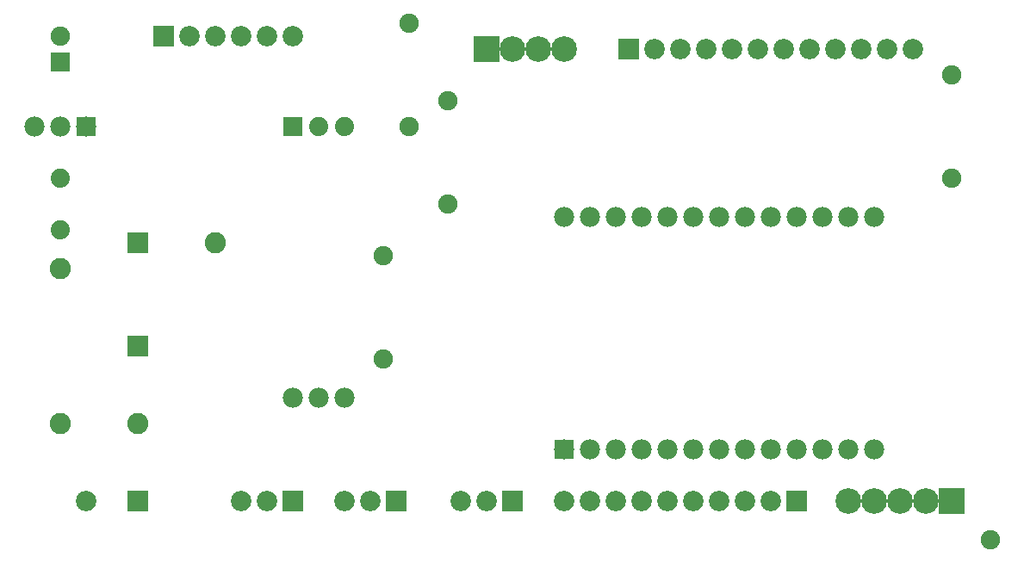
<source format=gtl>
G04 MADE WITH FRITZING*
G04 WWW.FRITZING.ORG*
G04 DOUBLE SIDED*
G04 HOLES PLATED*
G04 CONTOUR ON CENTER OF CONTOUR VECTOR*
%ASAXBY*%
%FSLAX23Y23*%
%MOIN*%
%OFA0B0*%
%SFA1.0B1.0*%
%ADD10C,0.074000*%
%ADD11C,0.075433*%
%ADD12C,0.078000*%
%ADD13C,0.075000*%
%ADD14C,0.082000*%
%ADD15C,0.099055*%
%ADD16C,0.079370*%
%ADD17R,0.078000X0.078000*%
%ADD18R,0.075000X0.075000*%
%ADD19R,0.082000X0.082000*%
%ADD20R,0.099055X0.099055*%
%ADD21R,0.079370X0.079370*%
%ADD22R,0.001000X0.001000*%
%LNCOPPER1*%
G90*
G70*
G54D10*
X1134Y1714D03*
X1234Y1714D03*
X1334Y1714D03*
X1134Y1714D03*
X1234Y1714D03*
X1334Y1714D03*
X234Y1514D03*
X234Y1314D03*
X234Y1514D03*
X234Y1314D03*
G54D11*
X3834Y114D03*
G54D12*
X334Y1714D03*
X234Y1714D03*
X134Y1714D03*
X1134Y664D03*
X1234Y664D03*
X1334Y664D03*
X2184Y464D03*
X2184Y1364D03*
X2284Y464D03*
X2284Y1364D03*
X2384Y464D03*
X2384Y1364D03*
X2484Y464D03*
X2484Y1364D03*
X2584Y464D03*
X2584Y1364D03*
X2684Y464D03*
X2684Y1364D03*
X2784Y464D03*
X2784Y1364D03*
X2884Y464D03*
X2884Y1364D03*
X2984Y464D03*
X2984Y1364D03*
X3084Y464D03*
X3084Y1364D03*
X3184Y464D03*
X3184Y1364D03*
X3284Y464D03*
X3284Y1364D03*
X3384Y464D03*
X3384Y1364D03*
G54D13*
X234Y1964D03*
X234Y2064D03*
G54D14*
X534Y864D03*
X534Y566D03*
X234Y564D03*
X234Y1164D03*
X534Y1264D03*
X834Y1264D03*
G54D13*
X1584Y2114D03*
X1584Y1714D03*
X3684Y1914D03*
X3684Y1514D03*
X1734Y1814D03*
X1734Y1414D03*
X1484Y1214D03*
X1484Y814D03*
G54D15*
X3684Y264D03*
X3584Y264D03*
X3484Y264D03*
X3384Y264D03*
X3284Y264D03*
G54D16*
X1984Y264D03*
X1884Y264D03*
X1784Y264D03*
X1134Y264D03*
X1034Y264D03*
X934Y264D03*
X1534Y264D03*
X1434Y264D03*
X1334Y264D03*
X2434Y2014D03*
X2534Y2014D03*
X2634Y2014D03*
X2734Y2014D03*
X2834Y2014D03*
X2934Y2014D03*
X3034Y2014D03*
X3134Y2014D03*
X3234Y2014D03*
X3334Y2014D03*
X3434Y2014D03*
X3534Y2014D03*
G54D15*
X1884Y2014D03*
X1984Y2014D03*
X2084Y2014D03*
X2184Y2014D03*
G54D16*
X534Y264D03*
X334Y264D03*
X3084Y264D03*
X2984Y264D03*
X2884Y264D03*
X2784Y264D03*
X2684Y264D03*
X2584Y264D03*
X2484Y264D03*
X2384Y264D03*
X2284Y264D03*
X2184Y264D03*
X634Y2064D03*
X734Y2064D03*
X834Y2064D03*
X934Y2064D03*
X1034Y2064D03*
X1134Y2064D03*
G54D17*
X334Y1714D03*
X2185Y465D03*
G54D18*
X234Y1964D03*
G54D19*
X534Y865D03*
X534Y1264D03*
G54D20*
X3684Y264D03*
G54D21*
X1984Y264D03*
X1134Y264D03*
X1534Y264D03*
X2434Y2014D03*
G54D20*
X1884Y2014D03*
G54D21*
X534Y264D03*
X3084Y264D03*
X634Y2064D03*
G54D22*
X1097Y1752D02*
X1170Y1752D01*
X1097Y1751D02*
X1170Y1751D01*
X1097Y1750D02*
X1170Y1750D01*
X1097Y1749D02*
X1170Y1749D01*
X1097Y1748D02*
X1170Y1748D01*
X1097Y1747D02*
X1170Y1747D01*
X1097Y1746D02*
X1170Y1746D01*
X1097Y1745D02*
X1170Y1745D01*
X1097Y1744D02*
X1170Y1744D01*
X1097Y1743D02*
X1170Y1743D01*
X1097Y1742D02*
X1170Y1742D01*
X1097Y1741D02*
X1170Y1741D01*
X1097Y1740D02*
X1170Y1740D01*
X1097Y1739D02*
X1170Y1739D01*
X1097Y1738D02*
X1170Y1738D01*
X1097Y1737D02*
X1170Y1737D01*
X1097Y1736D02*
X1170Y1736D01*
X1097Y1735D02*
X1170Y1735D01*
X1097Y1734D02*
X1128Y1734D01*
X1139Y1734D02*
X1170Y1734D01*
X1097Y1733D02*
X1125Y1733D01*
X1142Y1733D02*
X1170Y1733D01*
X1097Y1732D02*
X1123Y1732D01*
X1144Y1732D02*
X1170Y1732D01*
X1097Y1731D02*
X1122Y1731D01*
X1146Y1731D02*
X1170Y1731D01*
X1097Y1730D02*
X1120Y1730D01*
X1147Y1730D02*
X1170Y1730D01*
X1097Y1729D02*
X1119Y1729D01*
X1148Y1729D02*
X1170Y1729D01*
X1097Y1728D02*
X1118Y1728D01*
X1149Y1728D02*
X1170Y1728D01*
X1097Y1727D02*
X1118Y1727D01*
X1150Y1727D02*
X1170Y1727D01*
X1097Y1726D02*
X1117Y1726D01*
X1150Y1726D02*
X1170Y1726D01*
X1097Y1725D02*
X1116Y1725D01*
X1151Y1725D02*
X1170Y1725D01*
X1097Y1724D02*
X1116Y1724D01*
X1152Y1724D02*
X1170Y1724D01*
X1097Y1723D02*
X1115Y1723D01*
X1152Y1723D02*
X1170Y1723D01*
X1097Y1722D02*
X1115Y1722D01*
X1152Y1722D02*
X1170Y1722D01*
X1097Y1721D02*
X1114Y1721D01*
X1153Y1721D02*
X1170Y1721D01*
X1097Y1720D02*
X1114Y1720D01*
X1153Y1720D02*
X1170Y1720D01*
X1097Y1719D02*
X1114Y1719D01*
X1153Y1719D02*
X1170Y1719D01*
X1097Y1718D02*
X1114Y1718D01*
X1154Y1718D02*
X1170Y1718D01*
X1097Y1717D02*
X1114Y1717D01*
X1154Y1717D02*
X1170Y1717D01*
X1097Y1716D02*
X1114Y1716D01*
X1154Y1716D02*
X1170Y1716D01*
X1097Y1715D02*
X1113Y1715D01*
X1154Y1715D02*
X1170Y1715D01*
X1097Y1714D02*
X1114Y1714D01*
X1154Y1714D02*
X1170Y1714D01*
X1097Y1713D02*
X1114Y1713D01*
X1154Y1713D02*
X1170Y1713D01*
X1097Y1712D02*
X1114Y1712D01*
X1153Y1712D02*
X1170Y1712D01*
X1097Y1711D02*
X1114Y1711D01*
X1153Y1711D02*
X1170Y1711D01*
X1097Y1710D02*
X1114Y1710D01*
X1153Y1710D02*
X1170Y1710D01*
X1097Y1709D02*
X1114Y1709D01*
X1153Y1709D02*
X1170Y1709D01*
X1097Y1708D02*
X1115Y1708D01*
X1152Y1708D02*
X1170Y1708D01*
X1097Y1707D02*
X1115Y1707D01*
X1152Y1707D02*
X1170Y1707D01*
X1097Y1706D02*
X1116Y1706D01*
X1151Y1706D02*
X1170Y1706D01*
X1097Y1705D02*
X1116Y1705D01*
X1151Y1705D02*
X1170Y1705D01*
X1097Y1704D02*
X1117Y1704D01*
X1150Y1704D02*
X1170Y1704D01*
X1097Y1703D02*
X1118Y1703D01*
X1150Y1703D02*
X1170Y1703D01*
X1097Y1702D02*
X1119Y1702D01*
X1149Y1702D02*
X1170Y1702D01*
X1097Y1701D02*
X1119Y1701D01*
X1148Y1701D02*
X1170Y1701D01*
X1097Y1700D02*
X1121Y1700D01*
X1147Y1700D02*
X1170Y1700D01*
X1097Y1699D02*
X1122Y1699D01*
X1145Y1699D02*
X1170Y1699D01*
X1097Y1698D02*
X1124Y1698D01*
X1144Y1698D02*
X1170Y1698D01*
X1097Y1697D02*
X1125Y1697D01*
X1142Y1697D02*
X1170Y1697D01*
X1097Y1696D02*
X1129Y1696D01*
X1139Y1696D02*
X1170Y1696D01*
X1097Y1695D02*
X1170Y1695D01*
X1097Y1694D02*
X1170Y1694D01*
X1097Y1693D02*
X1170Y1693D01*
X1097Y1692D02*
X1170Y1692D01*
X1097Y1691D02*
X1170Y1691D01*
X1097Y1690D02*
X1170Y1690D01*
X1097Y1689D02*
X1170Y1689D01*
X1097Y1688D02*
X1170Y1688D01*
X1097Y1687D02*
X1170Y1687D01*
X1097Y1686D02*
X1170Y1686D01*
X1097Y1685D02*
X1170Y1685D01*
X1097Y1684D02*
X1170Y1684D01*
X1097Y1683D02*
X1170Y1683D01*
X1097Y1682D02*
X1170Y1682D01*
X1097Y1681D02*
X1170Y1681D01*
X1097Y1680D02*
X1170Y1680D01*
X1097Y1679D02*
X1170Y1679D01*
D02*
G04 End of Copper1*
M02*
</source>
